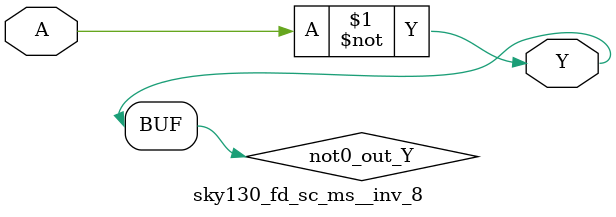
<source format=v>
/*
 * Copyright 2020 The SkyWater PDK Authors
 *
 * Licensed under the Apache License, Version 2.0 (the "License");
 * you may not use this file except in compliance with the License.
 * You may obtain a copy of the License at
 *
 *     https://www.apache.org/licenses/LICENSE-2.0
 *
 * Unless required by applicable law or agreed to in writing, software
 * distributed under the License is distributed on an "AS IS" BASIS,
 * WITHOUT WARRANTIES OR CONDITIONS OF ANY KIND, either express or implied.
 * See the License for the specific language governing permissions and
 * limitations under the License.
 *
 * SPDX-License-Identifier: Apache-2.0
*/


`ifndef SKY130_FD_SC_MS__INV_8_FUNCTIONAL_V
`define SKY130_FD_SC_MS__INV_8_FUNCTIONAL_V

/**
 * inv: Inverter.
 *
 * Verilog simulation functional model.
 */

`timescale 1ns / 1ps
`default_nettype none

`celldefine
module sky130_fd_sc_ms__inv_8 (
    Y,
    A
);

    // Module ports
    output Y;
    input  A;

    // Local signals
    wire not0_out_Y;

    //  Name  Output      Other arguments
    not not0 (not0_out_Y, A              );
    buf buf0 (Y         , not0_out_Y     );

endmodule
`endcelldefine

`default_nettype wire
`endif  // SKY130_FD_SC_MS__INV_8_FUNCTIONAL_V

</source>
